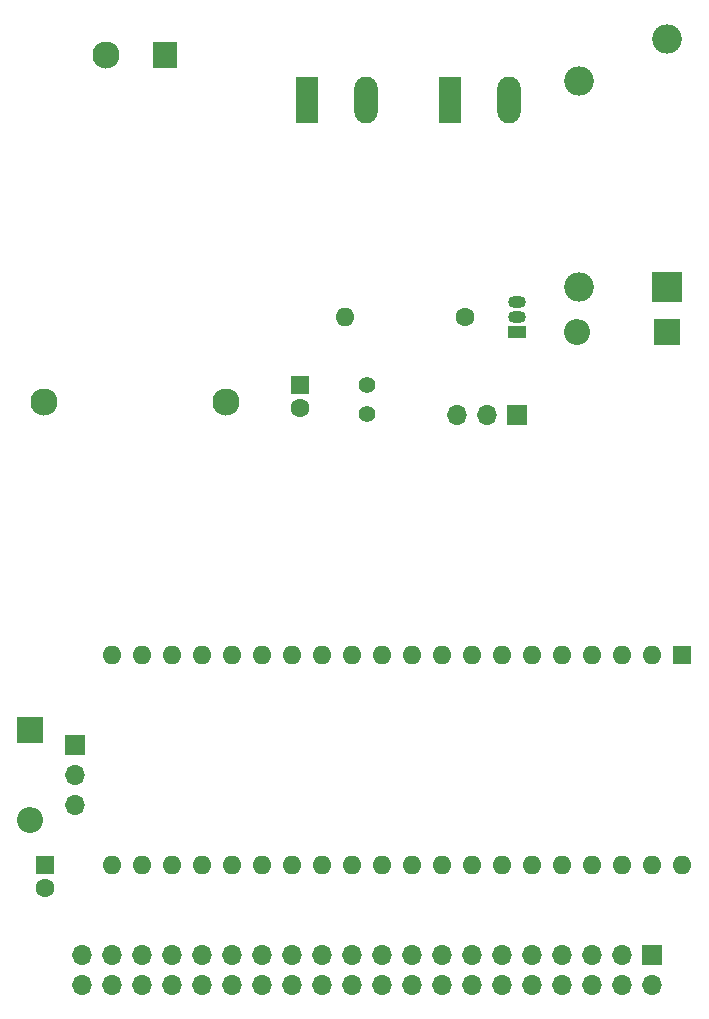
<source format=gbr>
%TF.GenerationSoftware,KiCad,Pcbnew,5.1.9-73d0e3b20d~88~ubuntu20.04.1*%
%TF.CreationDate,2021-03-24T09:58:02+01:00*%
%TF.ProjectId,TouchlessSwitch,546f7563-686c-4657-9373-537769746368,rev?*%
%TF.SameCoordinates,Original*%
%TF.FileFunction,Soldermask,Top*%
%TF.FilePolarity,Negative*%
%FSLAX46Y46*%
G04 Gerber Fmt 4.6, Leading zero omitted, Abs format (unit mm)*
G04 Created by KiCad (PCBNEW 5.1.9-73d0e3b20d~88~ubuntu20.04.1) date 2021-03-24 09:58:02*
%MOMM*%
%LPD*%
G01*
G04 APERTURE LIST*
%ADD10O,1.700000X1.700000*%
%ADD11R,1.700000X1.700000*%
%ADD12R,1.500000X1.050000*%
%ADD13O,1.500000X1.050000*%
%ADD14O,1.600000X1.600000*%
%ADD15C,1.600000*%
%ADD16O,2.200000X2.200000*%
%ADD17R,2.200000X2.200000*%
%ADD18O,1.980000X3.960000*%
%ADD19R,1.980000X3.960000*%
%ADD20O,2.500000X2.500000*%
%ADD21R,2.500000X2.500000*%
%ADD22R,1.600000X1.600000*%
%ADD23C,2.300000*%
%ADD24R,2.000000X2.300000*%
%ADD25C,1.400000*%
G04 APERTURE END LIST*
D10*
%TO.C,K3*%
X153035000Y-141605000D03*
X153035000Y-139065000D03*
D11*
X153035000Y-136525000D03*
%TD*%
D10*
%TO.C,K5*%
X185420000Y-108585000D03*
X187960000Y-108585000D03*
D11*
X190500000Y-108585000D03*
%TD*%
D12*
%TO.C,T1*%
X190500000Y-101600000D03*
D13*
X190500000Y-99060000D03*
X190500000Y-100330000D03*
%TD*%
D14*
%TO.C,R1*%
X175895000Y-100330000D03*
D15*
X186055000Y-100330000D03*
%TD*%
D16*
%TO.C,D2*%
X195580000Y-101600000D03*
D17*
X203200000Y-101600000D03*
%TD*%
D18*
%TO.C,K2*%
X177720000Y-81915000D03*
D19*
X172720000Y-81915000D03*
%TD*%
D18*
%TO.C,K1*%
X189785000Y-81915000D03*
D19*
X184785000Y-81915000D03*
%TD*%
D10*
%TO.C,K4*%
X153670000Y-156845000D03*
X153670000Y-154305000D03*
X156210000Y-156845000D03*
X156210000Y-154305000D03*
X158750000Y-156845000D03*
X158750000Y-154305000D03*
X161290000Y-156845000D03*
X161290000Y-154305000D03*
X163830000Y-156845000D03*
X163830000Y-154305000D03*
X166370000Y-156845000D03*
X166370000Y-154305000D03*
X168910000Y-156845000D03*
X168910000Y-154305000D03*
X171450000Y-156845000D03*
X171450000Y-154305000D03*
X173990000Y-156845000D03*
X173990000Y-154305000D03*
X176530000Y-156845000D03*
X176530000Y-154305000D03*
X179070000Y-156845000D03*
X179070000Y-154305000D03*
X181610000Y-156845000D03*
X181610000Y-154305000D03*
X184150000Y-156845000D03*
X184150000Y-154305000D03*
X186690000Y-156845000D03*
X186690000Y-154305000D03*
X189230000Y-156845000D03*
X189230000Y-154305000D03*
X191770000Y-156845000D03*
X191770000Y-154305000D03*
X194310000Y-156845000D03*
X194310000Y-154305000D03*
X196850000Y-156845000D03*
X196850000Y-154305000D03*
X199390000Y-156845000D03*
X199390000Y-154305000D03*
X201930000Y-156845000D03*
D11*
X201930000Y-154305000D03*
%TD*%
D20*
%TO.C,RE1*%
X195700000Y-97790000D03*
X195700000Y-80290000D03*
X203200000Y-76790000D03*
D21*
X203200000Y-97790000D03*
%TD*%
D14*
%TO.C,MOD3*%
X204470000Y-146685000D03*
X156210000Y-128905000D03*
X201930000Y-146685000D03*
X158750000Y-128905000D03*
X199390000Y-146685000D03*
X161290000Y-128905000D03*
X196850000Y-146685000D03*
X163830000Y-128905000D03*
X194310000Y-146685000D03*
X166370000Y-128905000D03*
X191770000Y-146685000D03*
X168910000Y-128905000D03*
X189230000Y-146685000D03*
X171450000Y-128905000D03*
X186690000Y-146685000D03*
X173990000Y-128905000D03*
X184150000Y-146685000D03*
X176530000Y-128905000D03*
X181610000Y-146685000D03*
X179070000Y-128905000D03*
X179070000Y-146685000D03*
X181610000Y-128905000D03*
X176530000Y-146685000D03*
X184150000Y-128905000D03*
X173990000Y-146685000D03*
X186690000Y-128905000D03*
X171450000Y-146685000D03*
X189230000Y-128905000D03*
X168910000Y-146685000D03*
X191770000Y-128905000D03*
X166370000Y-146685000D03*
X194310000Y-128905000D03*
X163830000Y-146685000D03*
X196850000Y-128905000D03*
X161290000Y-146685000D03*
X199390000Y-128905000D03*
X158750000Y-146685000D03*
X201930000Y-128905000D03*
X156210000Y-146685000D03*
D22*
X204470000Y-128905000D03*
%TD*%
D23*
%TO.C,MOD1*%
X150455000Y-107505000D03*
X155655000Y-78105000D03*
D24*
X160655000Y-78105000D03*
D23*
X165855000Y-107505000D03*
%TD*%
D16*
%TO.C,D1*%
X149225000Y-142875000D03*
D17*
X149225000Y-135255000D03*
%TD*%
D15*
%TO.C,C4*%
X150495000Y-148685000D03*
D22*
X150495000Y-146685000D03*
%TD*%
D25*
%TO.C,C2*%
X177800000Y-108545000D03*
X177800000Y-106045000D03*
%TD*%
D15*
%TO.C,C1*%
X172085000Y-108045000D03*
D22*
X172085000Y-106045000D03*
%TD*%
M02*

</source>
